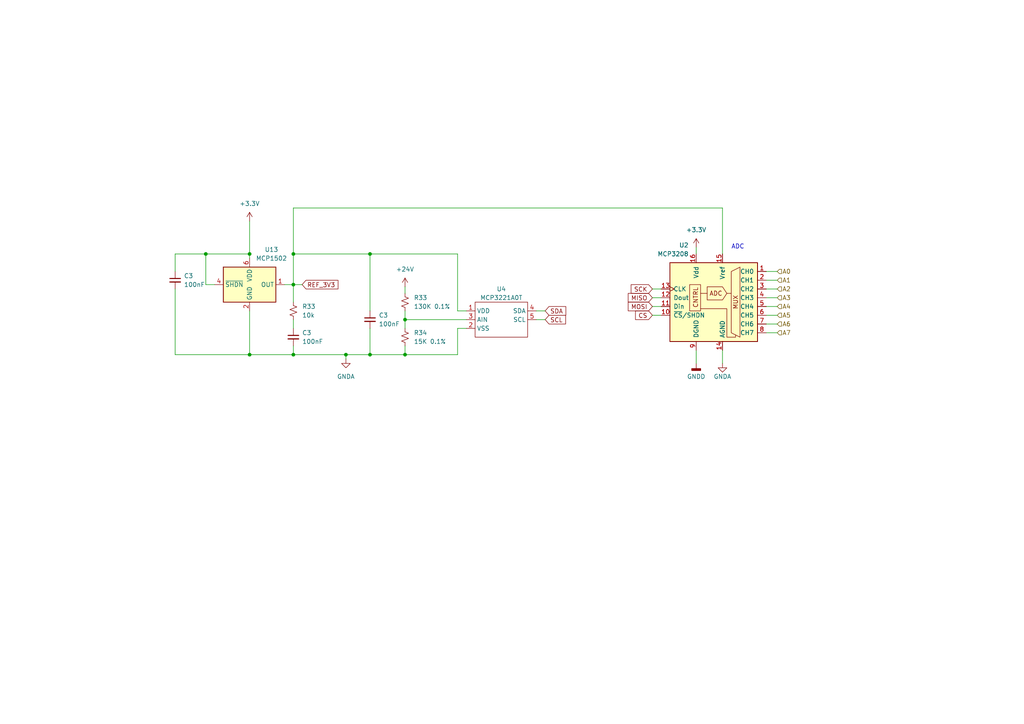
<source format=kicad_sch>
(kicad_sch (version 20230121) (generator eeschema)
  (paper "A4")
  (lib_symbols
    (symbol "Analog_ADC:MCP3208" (pin_names (offset 1.016))
      (property "Reference" "U" (at -5.08 13.335 0))
      (property "Value" "MCP3208" (at -5.08 11.43 0))
      (symbol "MCP3208_0_0"
        (text "ADC" (at -0.635 1.27 0) (effects (font (size 1.27 1.27))))
        (text "CNTRL" (at 5.969 -2.921 900) (effects (font (size 1.27 1.27)) (justify left bottom)))
        (text "MUX" (at -6.35 -1.27 900) (effects (font (size 1.27 1.27))))
      )
      (symbol "MCP3208_0_1"
        (polyline (pts (xy -3.81 1.27) (xy -5.08 1.27)))
        (polyline (pts (xy 1.905 1.27) (xy 3.81 1.27)))
        (polyline (pts (xy -7.62 8.89) (xy -7.62 -11.43) (xy -5.08 -10.16) (xy -5.08 7.62) (xy -7.62 8.89)))
        (polyline (pts (xy 3.81 -3.175) (xy -3.81 -3.175) (xy -3.81 -11.43) (xy -6.35 -11.43) (xy -6.35 -10.795)))
        (polyline (pts (xy 1.905 3.175) (xy 1.905 -0.635) (xy -2.54 -0.635) (xy -3.81 1.27) (xy -2.54 3.175) (xy 1.905 3.175)))
        (rectangle (start 3.81 -3.81) (end 6.985 3.81))
        (rectangle (start 12.7 -12.7) (end -12.7 10.16) (stroke (width 0.254)) (fill (type background)))
      )
      (symbol "MCP3208_1_1"
        (pin input line (at -15.24 7.62 0) (length 2.54) (name "CH0") (number "1"))
        (pin input line (at 15.24 -5.08 180) (length 2.54) (name "~{CS}/SHDN") (number "10"))
        (pin input line (at 15.24 -2.54 180) (length 2.54) (name "Din") (number "11"))
        (pin output line (at 15.24 0 180) (length 2.54) (name "Dout") (number "12"))
        (pin input clock (at 15.24 2.54 180) (length 2.54) (name "CLK") (number "13"))
        (pin power_in line (at -2.54 -15.24 90) (length 2.54) (name "AGND") (number "14"))
        (pin power_in line (at -2.54 12.7 270) (length 2.54) (name "Vref") (number "15"))
        (pin power_in line (at 5.08 12.7 270) (length 2.54) (name "Vdd") (number "16"))
        (pin input line (at -15.24 5.08 0) (length 2.54) (name "CH1") (number "2"))
        (pin input line (at -15.24 2.54 0) (length 2.54) (name "CH2") (number "3"))
        (pin input line (at -15.24 0 0) (length 2.54) (name "CH3") (number "4"))
        (pin input line (at -15.24 -2.54 0) (length 2.54) (name "CH4") (number "5"))
        (pin input line (at -15.24 -5.08 0) (length 2.54) (name "CH5") (number "6"))
        (pin input line (at -15.24 -7.62 0) (length 2.54) (name "CH6") (number "7"))
        (pin input line (at -15.24 -10.16 0) (length 2.54) (name "CH7") (number "8"))
        (pin power_in line (at 5.08 -15.24 90) (length 2.54) (name "DGND") (number "9"))
      )
    )
    (symbol "Device:C_Small" (pin_numbers hide) (pin_names (offset 0.254) hide)
      (property "Reference" "C" (at 0.254 1.778 0))
      (property "Value" "C_Small" (at 0.254 -2.032 0))
      (symbol "C_Small_0_1"
        (polyline (pts (xy -1.524 -0.508) (xy 1.524 -0.508)) (stroke (width 0.3302)))
        (polyline (pts (xy -1.524 0.508) (xy 1.524 0.508)) (stroke (width 0.3048)))
      )
      (symbol "C_Small_1_1"
        (pin passive line (at 0 2.54 270) (length 2.032) (name "~") (number "1"))
        (pin passive line (at 0 -2.54 90) (length 2.032) (name "~") (number "2"))
      )
    )
    (symbol "Device:R_Small_US" (pin_numbers hide) (pin_names (offset 0.254) hide)
      (property "Reference" "R" (at 0.762 0.508 0))
      (property "Value" "R_Small_US" (at 0.762 -1.016 0))
      (symbol "R_Small_US_1_1"
        (polyline (pts (xy 0 0) (xy 1.016 -0.381) (xy 0 -0.762) (xy -1.016 -1.143) (xy 0 -1.524)))
        (polyline (pts (xy 0 1.524) (xy 1.016 1.143) (xy 0 0.762) (xy -1.016 0.381) (xy 0 0)))
        (pin passive line (at 0 2.54 270) (length 1.016) (name "~") (number "1"))
        (pin passive line (at 0 -2.54 90) (length 1.016) (name "~") (number "2"))
      )
    )
    (symbol "Reference_Voltage:MCP1501-30xCH"
      (property "Reference" "U" (at -6.35 6.35 0))
      (property "Value" "MCP1501-30xCH" (at 10.16 6.35 0))
      (symbol "MCP1501-30xCH_0_0"
        (pin power_out line (at 10.16 0 180) (length 2.54) (name "OUT") (number "1"))
        (pin power_in line (at 0 -7.62 90) (length 2.54) (name "GND") (number "2"))
        (pin passive line (at 0 -7.62 90) (length 2.54) hide (name "GND") (number "3"))
        (pin input line (at -10.16 0 0) (length 2.54) (name "~{SHDN}") (number "4"))
        (pin passive line (at 0 -7.62 90) (length 2.54) hide (name "GND") (number "5"))
        (pin power_in line (at 0 7.62 270) (length 2.54) (name "VDD") (number "6"))
      )
      (symbol "MCP1501-30xCH_0_1"
        (rectangle (start -7.62 5.08) (end 7.62 -5.08) (stroke (width 0.254)) (fill (type background)))
      )
    )
    (symbol "gnarboard:MCP3X21"
      (property "Reference" "U" (at 0 0 0))
      (symbol "MCP3X21_0_1"
        (rectangle (start -7.62 -1.27) (end 7.62 -11.43))
      )
      (symbol "MCP3X21_1_1"
        (pin input line (at -10.16 -3.81 0) (length 2.54) (name "VDD") (number "1"))
        (pin input line (at -10.16 -8.89 0) (length 2.54) (name "VSS") (number "2"))
        (pin input line (at -10.16 -6.35 0) (length 2.54) (name "AIN") (number "3"))
        (pin input line (at 10.16 -3.81 180) (length 2.54) (name "SDA") (number "4"))
        (pin input line (at 10.16 -6.35 180) (length 2.54) (name "SCL") (number "5"))
      )
    )
    (symbol "power:+24V" (power) (pin_names (offset 0))
      (property "Value" "+24V" (at 0 3.556 0))
      (symbol "+24V_0_1"
        (polyline (pts (xy -0.762 1.27) (xy 0 2.54)))
        (polyline (pts (xy 0 0) (xy 0 2.54)))
        (polyline (pts (xy 0 2.54) (xy 0.762 1.27)))
      )
      (symbol "+24V_1_1"
        (pin power_in line (at 0 0 90) (length 0) hide (name "+24V") (number "1"))
      )
    )
    (symbol "power:+3.3V" (power) (pin_names (offset 0))
      (property "Value" "+3.3V" (at 0 3.556 0))
      (symbol "+3.3V_0_1"
        (polyline (pts (xy -0.762 1.27) (xy 0 2.54)))
        (polyline (pts (xy 0 0) (xy 0 2.54)))
        (polyline (pts (xy 0 2.54) (xy 0.762 1.27)))
      )
      (symbol "+3.3V_1_1"
        (pin power_in line (at 0 0 90) (length 0) hide (name "+3.3V") (number "1"))
      )
    )
    (symbol "power:GNDA" (power) (pin_names (offset 0))
      (property "Value" "GNDA" (at 0 -3.81 0))
      (symbol "GNDA_0_1"
        (polyline (pts (xy 0 0) (xy 0 -1.27) (xy 1.27 -1.27) (xy 0 -2.54) (xy -1.27 -1.27) (xy 0 -1.27)))
      )
      (symbol "GNDA_1_1"
        (pin power_in line (at 0 0 270) (length 0) hide (name "GNDA") (number "1"))
      )
    )
    (symbol "power:GNDD" (power) (pin_names (offset 0))
      (property "Value" "GNDD" (at 0 -3.175 0))
      (symbol "GNDD_0_1"
        (rectangle (start -1.27 -1.524) (end 1.27 -2.032) (stroke (width 0.254)) (fill (type outline)))
        (polyline (pts (xy 0 0) (xy 0 -1.524)))
      )
      (symbol "GNDD_1_1"
        (pin power_in line (at 0 0 270) (length 0) hide (name "GNDD") (number "1"))
      )
    )
  )
  (junction (at 117.475 92.71))
  (junction (at 85.09 82.55))
  (junction (at 100.33 102.87))
  (junction (at 107.315 73.66))
  (junction (at 85.09 73.66))
  (junction (at 117.475 102.87))
  (junction (at 72.39 102.87))
  (junction (at 107.315 102.87))
  (junction (at 72.39 73.66))
  (junction (at 85.09 102.87))
  (junction (at 59.69 73.66))
  (wire (pts (xy 117.475 83.185) (xy 117.475 85.09)))
  (wire (pts (xy 50.8 73.66) (xy 50.8 78.74)))
  (wire (pts (xy 189.23 83.82) (xy 191.77 83.82)))
  (wire (pts (xy 117.475 92.71) (xy 135.255 92.71)))
  (wire (pts (xy 107.315 102.87) (xy 117.475 102.87)))
  (wire (pts (xy 222.25 88.9) (xy 225.425 88.9)))
  (wire (pts (xy 59.69 73.66) (xy 59.69 82.55)))
  (wire (pts (xy 132.715 73.66) (xy 132.715 90.17)))
  (wire (pts (xy 85.09 102.87) (xy 100.33 102.87)))
  (wire (pts (xy 117.475 92.71) (xy 117.475 95.25)))
  (wire (pts (xy 85.09 92.71) (xy 85.09 95.25)))
  (wire (pts (xy 189.23 86.36) (xy 191.77 86.36)))
  (wire (pts (xy 189.23 88.9) (xy 191.77 88.9)))
  (wire (pts (xy 50.8 83.82) (xy 50.8 102.87)))
  (wire (pts (xy 72.39 90.17) (xy 72.39 102.87)))
  (wire (pts (xy 85.09 60.325) (xy 85.09 73.66)))
  (wire (pts (xy 50.8 102.87) (xy 72.39 102.87)))
  (wire (pts (xy 222.25 86.36) (xy 225.425 86.36)))
  (wire (pts (xy 72.39 73.66) (xy 59.69 73.66)))
  (wire (pts (xy 155.575 92.71) (xy 158.115 92.71)))
  (wire (pts (xy 72.39 102.87) (xy 85.09 102.87)))
  (wire (pts (xy 72.39 73.66) (xy 72.39 74.93)))
  (wire (pts (xy 132.715 95.25) (xy 132.715 102.87)))
  (wire (pts (xy 201.93 101.6) (xy 201.93 105.41)))
  (wire (pts (xy 117.475 90.17) (xy 117.475 92.71)))
  (wire (pts (xy 132.715 90.17) (xy 135.255 90.17)))
  (wire (pts (xy 222.25 91.44) (xy 225.425 91.44)))
  (wire (pts (xy 222.25 93.98) (xy 225.425 93.98)))
  (wire (pts (xy 222.25 81.28) (xy 225.425 81.28)))
  (wire (pts (xy 85.09 82.55) (xy 87.63 82.55)))
  (wire (pts (xy 209.55 60.325) (xy 209.55 73.66)))
  (wire (pts (xy 82.55 82.55) (xy 85.09 82.55)))
  (wire (pts (xy 85.09 73.66) (xy 107.315 73.66)))
  (wire (pts (xy 132.715 95.25) (xy 135.255 95.25)))
  (wire (pts (xy 72.39 64.135) (xy 72.39 73.66)))
  (wire (pts (xy 85.09 82.55) (xy 85.09 73.66)))
  (wire (pts (xy 117.475 102.87) (xy 132.715 102.87)))
  (wire (pts (xy 100.33 102.87) (xy 100.33 104.14)))
  (wire (pts (xy 107.315 95.25) (xy 107.315 102.87)))
  (wire (pts (xy 222.25 78.74) (xy 225.425 78.74)))
  (wire (pts (xy 117.475 100.33) (xy 117.475 102.87)))
  (wire (pts (xy 189.23 91.44) (xy 191.77 91.44)))
  (wire (pts (xy 201.93 71.755) (xy 201.93 73.66)))
  (wire (pts (xy 155.575 90.17) (xy 158.115 90.17)))
  (wire (pts (xy 85.09 100.33) (xy 85.09 102.87)))
  (wire (pts (xy 100.33 102.87) (xy 107.315 102.87)))
  (wire (pts (xy 59.69 73.66) (xy 50.8 73.66)))
  (wire (pts (xy 107.315 73.66) (xy 107.315 90.17)))
  (wire (pts (xy 85.09 82.55) (xy 85.09 87.63)))
  (wire (pts (xy 62.23 82.55) (xy 59.69 82.55)))
  (wire (pts (xy 209.55 101.6) (xy 209.55 105.41)))
  (wire (pts (xy 222.25 83.82) (xy 225.425 83.82)))
  (wire (pts (xy 107.315 73.66) (xy 132.715 73.66)))
  (wire (pts (xy 222.25 96.52) (xy 225.425 96.52)))
  (wire (pts (xy 209.55 60.325) (xy 85.09 60.325)))
  (text "ADC" (at 212.09 72.39 0) (effects (font (size 1.27 1.27)) (justify left bottom)))
  (global_label "REF_3V3" (shape input) (at 87.63 82.55 0) (property "Intersheetrefs" "${INTERSHEET_REFS}" (effects hide)))
  (global_label "SDA" (shape input) (at 158.115 90.17 0) (property "Intersheetrefs" "${INTERSHEET_REFS}" (effects hide)))
  (global_label "SCK" (shape input) (at 189.23 83.82 180) (property "Intersheetrefs" "${INTERSHEET_REFS}" (effects hide)))
  (global_label "MISO" (shape input) (at 189.23 86.36 180) (property "Intersheetrefs" "${INTERSHEET_REFS}" (effects hide)))
  (global_label "MOSI" (shape input) (at 189.23 88.9 180) (property "Intersheetrefs" "${INTERSHEET_REFS}" (effects hide)))
  (global_label "CS" (shape input) (at 189.23 91.44 180) (property "Intersheetrefs" "${INTERSHEET_REFS}" (effects hide)))
  (global_label "SCL" (shape input) (at 158.115 92.71 0) (property "Intersheetrefs" "${INTERSHEET_REFS}" (effects hide)))
  (hierarchical_label "A6" (shape input) (at 225.425 93.98 0))
  (hierarchical_label "A5" (shape input) (at 225.425 91.44 0))
  (hierarchical_label "A2" (shape input) (at 225.425 83.82 0))
  (hierarchical_label "A3" (shape input) (at 225.425 86.36 0))
  (hierarchical_label "A7" (shape input) (at 225.425 96.52 0))
  (hierarchical_label "A0" (shape input) (at 225.425 78.74 0))
  (hierarchical_label "A4" (shape input) (at 225.425 88.9 0))
  (hierarchical_label "A1" (shape input) (at 225.425 81.28 0))
  (symbol (lib_id "Analog_ADC:MCP3208") (at 207.01 86.36 0) (mirror y) (unit 1)
    (property "Reference" "U2" (at 199.7359 71.12 0) (effects (justify left)))
    (property "Value" "MCP3208" (at 199.7359 73.66 0) (effects (justify left)))
    (property "Footprint" "Package_SO:SOIC-16_3.9x9.9mm_P1.27mm" (effects hide))
    (property "Datasheet" "http://ww1.microchip.com/downloads/en/DeviceDoc/21298c.pdf" (effects hide))
    (property "Vendor" "MCP3208T-BI/SL" (effects hide))
  )
  (symbol (lib_id "power:GNDA") (at 209.55 105.41 0) (unit 1)
    (property "Reference" "#PWR07" (effects hide))
    (property "Value" "GNDA" (at 209.55 109.22 0))
  )
  (symbol (lib_id "power:GNDA") (at 100.33 104.14 0) (unit 1)
    (property "Reference" "#PWR055" (effects hide))
    (property "Value" "GNDA" (at 100.33 109.22 0))
    (instances (project "8ch-mosfet" (path "" (reference "#PWR055") (unit 1)) (path "" (reference "#PWR070") (unit 1))))
  )
  (symbol (lib_id "power:+3.3V") (at 72.39 64.135 0) (unit 1)
    (property "Reference" "#PWR02" (effects hide))
    (property "Value" "+3.3V" (at 72.39 59.055 0))
    (instances (project "8ch-mosfet" (path "" (reference "#PWR02") (unit 1)) (path "" (reference "#PWR069") (unit 1))))
  )
  (symbol (lib_id "Device:R_Small_US") (at 117.475 87.63 180) (unit 1)
    (property "Reference" "R33" (at 120.015 86.36 0) (effects (justify right)))
    (property "Value" "130K 0.1%" (at 120.015 88.9 0) (effects (justify right)))
    (property "Footprint" "Resistor_SMD:R_0805_2012Metric_Pad1.20x1.40mm_HandSolder" (effects hide))
    (instances (project "8ch-mosfet" (path "" (reference "R33") (unit 1)) (path "" (reference "R4") (unit 1)) (path "" (reference "R8") (unit 1)) (path "" (reference "R12") (unit 1)) (path "" (reference "R16") (unit 1)) (path "" (reference "R20") (unit 1)) (path "" (reference "R24") (unit 1)) (path "" (reference "R28") (unit 1)) (path "" (reference "R32") (unit 1)) (path "" (reference "R33") (unit 1))))
  )
  (symbol (lib_id "Device:R_Small_US") (at 85.09 90.17 180) (unit 1)
    (property "Reference" "R33" (at 87.63 88.9 0) (effects (justify right)))
    (property "Value" "10k" (at 87.63 91.44 0) (effects (justify right)))
    (property "Footprint" "Resistor_SMD:R_0805_2012Metric_Pad1.20x1.40mm_HandSolder" (effects hide))
    (property "Vendor" "652-CR0805JW-104ELF" (effects hide))
    (instances (project "8ch-mosfet" (path "" (reference "R33") (unit 1)) (path "" (reference "R4") (unit 1)) (path "" (reference "R8") (unit 1)) (path "" (reference "R12") (unit 1)) (path "" (reference "R16") (unit 1)) (path "" (reference "R20") (unit 1)) (path "" (reference "R24") (unit 1)) (path "" (reference "R28") (unit 1)) (path "" (reference "R32") (unit 1)) (path "" (reference "R41") (unit 1))))
  )
  (symbol (lib_id "power:+3.3V") (at 201.93 71.755 0) (unit 1)
    (property "Reference" "#PWR02" (effects hide))
    (property "Value" "+3.3V" (at 201.93 66.675 0))
    (instances (project "8ch-mosfet" (path "" (reference "#PWR02") (unit 1)) (path "" (reference "#PWR057") (unit 1))))
  )
  (symbol (lib_id "power:GNDD") (at 201.93 105.41 0) (unit 1)
    (property "Reference" "#PWR06" (effects hide))
    (property "Value" "GNDD" (at 201.93 109.22 0))
  )
  (symbol (lib_id "Reference_Voltage:MCP1501-30xCH") (at 72.39 82.55 0) (unit 1)
    (property "Reference" "U13" (at 78.74 72.39 0))
    (property "Value" "MCP1502" (at 78.74 74.93 0))
    (property "Footprint" "Package_TO_SOT_SMD:SOT-23-6" (effects hide))
    (property "Datasheet" "http://ww1.microchip.com/downloads/en/DeviceDoc/20005474E.pdf" (effects hide))
  )
  (symbol (lib_id "power:+24V") (at 117.475 83.185 0) (unit 1)
    (property "Reference" "#PWR010" (effects hide))
    (property "Value" "+24V" (at 117.475 78.105 0))
  )
  (symbol (lib_id "Device:C_Small") (at 85.09 97.79 0) (unit 1)
    (property "Reference" "C3" (at 87.63 96.5263 0) (effects (justify left)))
    (property "Value" "100nF" (at 87.63 99.0663 0) (effects (justify left)))
    (property "Footprint" "Capacitor_SMD:C_0805_2012Metric_Pad1.18x1.45mm_HandSolder" (effects hide))
    (property "Vendor" "C0805C102J1HACTU" (effects hide))
    (instances (project "8ch-mosfet" (path "" (reference "C3") (unit 1)) (path "" (reference "C3") (unit 1)) (path "" (reference "C6") (unit 1)) (path "" (reference "C9") (unit 1)) (path "" (reference "C12") (unit 1)) (path "" (reference "C15") (unit 1)) (path "" (reference "C18") (unit 1)) (path "" (reference "C21") (unit 1)) (path "" (reference "C24") (unit 1)) (path "" (reference "C30") (unit 1))))
  )
  (symbol (lib_id "Device:C_Small") (at 107.315 92.71 0) (unit 1)
    (property "Reference" "C3" (at 109.855 91.4463 0) (effects (justify left)))
    (property "Value" "100nF" (at 109.855 93.9863 0) (effects (justify left)))
    (property "Footprint" "Capacitor_SMD:C_0805_2012Metric_Pad1.18x1.45mm_HandSolder" (effects hide))
    (property "Vendor" "C0805C102J1HACTU" (effects hide))
    (instances (project "8ch-mosfet" (path "" (reference "C3") (unit 1)) (path "" (reference "C3") (unit 1)) (path "" (reference "C6") (unit 1)) (path "" (reference "C9") (unit 1)) (path "" (reference "C12") (unit 1)) (path "" (reference "C15") (unit 1)) (path "" (reference "C18") (unit 1)) (path "" (reference "C21") (unit 1)) (path "" (reference "C24") (unit 1)) (path "" (reference "C28") (unit 1))))
  )
  (symbol (lib_id "Device:R_Small_US") (at 117.475 97.79 180) (unit 1)
    (property "Reference" "R34" (at 120.015 96.52 0) (effects (justify right)))
    (property "Value" "15K 0.1%" (at 120.015 99.06 0) (effects (justify right)))
    (property "Footprint" "Resistor_SMD:R_0805_2012Metric_Pad1.20x1.40mm_HandSolder" (effects hide))
    (instances (project "8ch-mosfet" (path "" (reference "R34") (unit 1)) (path "" (reference "R4") (unit 1)) (path "" (reference "R8") (unit 1)) (path "" (reference "R12") (unit 1)) (path "" (reference "R16") (unit 1)) (path "" (reference "R20") (unit 1)) (path "" (reference "R24") (unit 1)) (path "" (reference "R28") (unit 1)) (path "" (reference "R32") (unit 1)) (path "" (reference "R34") (unit 1))))
  )
  (symbol (lib_id "gnarboard:MCP3X21") (at 145.415 86.36 0) (unit 1)
    (property "Reference" "U4" (at 145.415 83.82 0))
    (property "Value" "MCP3221A0T" (at 145.415 86.36 0))
    (property "Footprint" "Package_TO_SOT_SMD:SOT-23-5" (effects hide))
  )
  (symbol (lib_id "Device:C_Small") (at 50.8 81.28 0) (unit 1)
    (property "Reference" "C3" (at 53.34 80.0163 0) (effects (justify left)))
    (property "Value" "100nF" (at 53.34 82.5563 0) (effects (justify left)))
    (property "Footprint" "Capacitor_SMD:C_0805_2012Metric_Pad1.18x1.45mm_HandSolder" (effects hide))
    (property "Vendor" "C0805C102J1HACTU" (effects hide))
    (instances (project "8ch-mosfet" (path "" (reference "C3") (unit 1)) (path "" (reference "C3") (unit 1)) (path "" (reference "C6") (unit 1)) (path "" (reference "C9") (unit 1)) (path "" (reference "C12") (unit 1)) (path "" (reference "C15") (unit 1)) (path "" (reference "C18") (unit 1)) (path "" (reference "C21") (unit 1)) (path "" (reference "C24") (unit 1)) (path "" (reference "C29") (unit 1))))
  )
)
</source>
